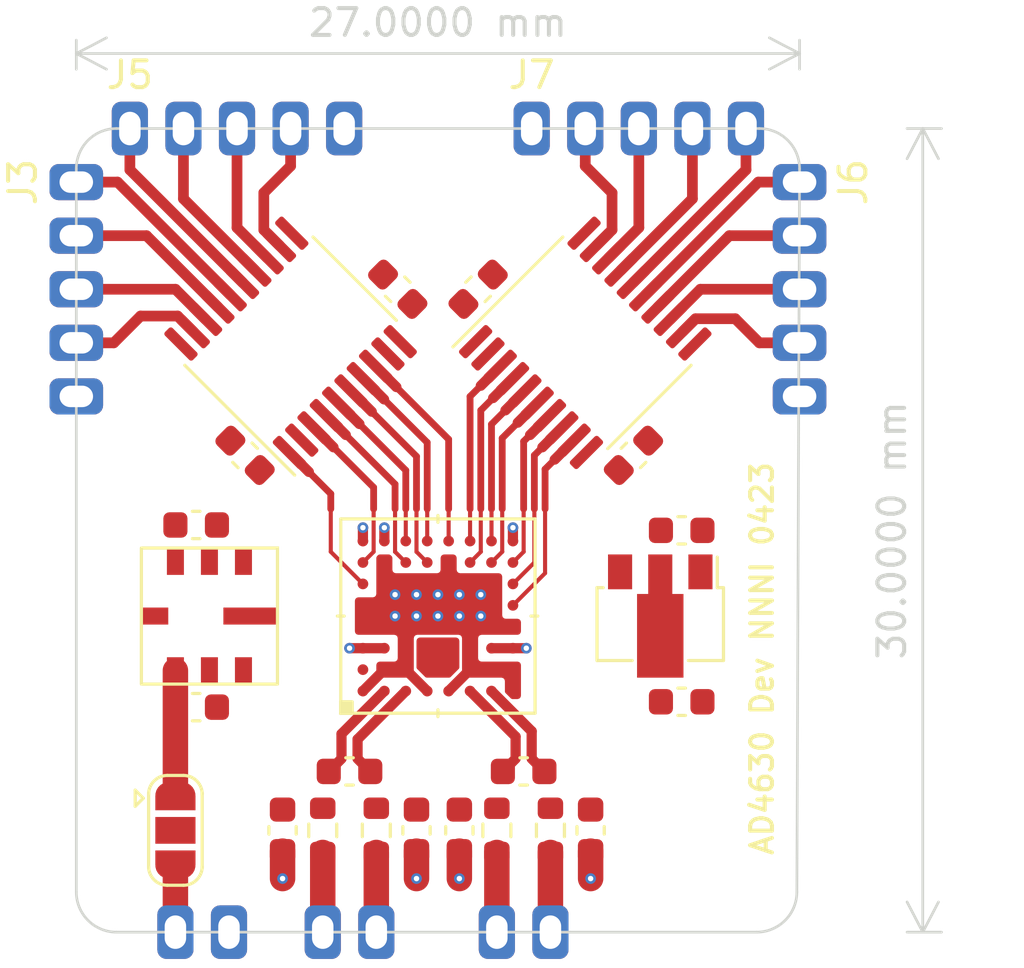
<source format=kicad_pcb>
(kicad_pcb (version 20211014) (generator pcbnew)
  (layers (0 "F.Cu" signal) (1 "In1.Cu" signal) (2 "In2.Cu" signal) (31 "B.Cu" signal) (34 "B.Paste" user) (35 "F.Paste" user) (36 "B.SilkS" user "B.Silkscreen") (37 "F.SilkS" user "F.Silkscreen") (38 "B.Mask" user) (39 "F.Mask" user) (44 "Edge.Cuts" user))
  (net 0 "")
  (net 1 "GND")
  (net 2 "+5V")
  (net 3 "+1V8")
  (net 4 "/SDO3")
  (net 5 "/SDO1")
  (net 6 "/SDO2")
  (net 7 "/SDO0")
  (net 8 "/SCK OUT")
  (net 9 "/SDO6")
  (net 10 "/SDO4")
  (net 11 "/SDO7")
  (net 12 "/SDO5")
  (net 13 "/CNV")
  (net 14 "/RST")
  (net 15 "/CS")
  (net 18 "/SDI")
  (net 19 "/SCK")
  (net 20 "/REFIN")
  (net 21 "/REF")
  (net 22 "/IN0+")
  (net 23 "/IN0-")
  (net 24 "/IN1+")
  (net 25 "/IN1-")
  (net 26 "Net-(C13-Pad1)")
  (net 27 "Net-(J1-Pad1)")
  (net 28 "Net-(J1-Pad2)")
  (net 29 "Net-(J2-Pad1)")
  (net 30 "Net-(J2-Pad2)")
  (net 31 "+3V3")
  (net 32 "/SCKo{slash}")
  (net 33 "/SDO2{slash}")
  (net 34 "/SDO0{slash}")
  (net 35 "/SDO3{slash}")
  (net 36 "/SDO1{slash}")
  (net 37 "/RST{slash}")
  (net 38 "/CNV{slash}")
  (net 39 "/CS{slash}")
  (net 40 "/SCK{slash}")
  (net 41 "/SDI{slash}")
  (net 42 "/SDO7{slash}")
  (net 43 "/SDO5{slash}")
  (net 44 "/SDO6{slash}")
  (net 45 "/SDO4{slash}")
  (net 46 "/NC")
  (net 47 "/NC1")
  (net 48 "/REFOUT")
  (net 49 "/REFEXT")
  (footprint "Capacitor_SMD:C_0603_1608Metric" (layer "F.Cu") (at 138.7 101.8)
    (fp_text reference "C5" hide)
    (fp_text value "C")
    (fp_line (start -0.14058 0.51) (end 0.14058 0.51) (layer "F.SilkS") (width 0.12))
    (fp_line (start -0.14058 -0.51) (end 0.14058 -0.51) (layer "F.SilkS") (width 0.12))
    (pad "1" smd roundrect locked (at -0.775 0) (size 0.9 0.95) (layers "F.Cu" "F.Paste" "F.Mask") (net 22 "/IN0+"))
    (pad "2" smd roundrect locked (at 0.775 0) (size 0.9 0.95) (layers "F.Cu" "F.Paste" "F.Mask") (net 23 "/IN0-"))
  )
  (footprint "LTC6655:LTC6655BHLS8-5-PBF" (layer "F.Cu") (at 133.47 96 -90)
    (fp_text reference "U6" hide)
    (fp_text value "LTC6655" hide)
    (fp_rect (start -2.54 -2.54) (end 2.54 2.54) (layer "F.SilkS") (width 0.12) (fill none))
    (pad "1" smd rect (at 0 -1.524 270) (size 0.635 2.0066) (layers "F.Cu" "F.Paste" "F.Mask") (net 26 "Net-(C13-Pad1)"))
    (pad "2" smd rect (at -2.032 -1.27) (size 0.635 0.9906) (layers "F.Cu" "F.Paste" "F.Mask") (net 26 "Net-(C13-Pad1)"))
    (pad "3" smd rect (at -2.032 0) (size 0.635 0.9906) (layers "F.Cu" "F.Paste" "F.Mask") (net 1 "GND"))
    (pad "4" smd rect (at -2.032 1.27) (size 0.635 0.9906) (layers "F.Cu" "F.Paste" "F.Mask") (net 1 "GND"))
    (pad "5" smd rect (at 0 2.032 270) (size 0.635 0.9906) (layers "F.Cu" "F.Paste" "F.Mask") (net 1 "GND"))
    (pad "6" smd rect (at 2.032 1.27) (size 0.635 0.9906) (layers "F.Cu" "F.Paste" "F.Mask") (net 48 "/REFOUT"))
    (pad "7" smd rect (at 2.032 0) (size 0.635 0.9906) (layers "F.Cu" "F.Paste" "F.Mask") (net 48 "/REFOUT"))
    (pad "8" smd rect (at 2.032 -1.27) (size 0.635 0.9906) (layers "F.Cu" "F.Paste" "F.Mask") (net 1 "GND"))
  )
  (footprint "Capacitor_SMD:C_0603_1608Metric" (layer "F.Cu") (at 136.2 104 -90)
    (fp_text reference "C7" hide)
    (fp_text value "C")
    (fp_line (start -0.14058 0.51) (end 0.14058 0.51) (layer "F.SilkS") (width 0.12))
    (fp_line (start -0.14058 -0.51) (end 0.14058 -0.51) (layer "F.SilkS") (width 0.12))
    (pad "1" smd roundrect locked (at -0.775 0 270) (size 0.9 0.95) (layers "F.Cu" "F.Paste" "F.Mask") (net 22 "/IN0+"))
    (pad "2" smd roundrect locked (at 0.775 0 270) (size 0.9 0.95) (layers "F.Cu" "F.Paste" "F.Mask") (net 1 "GND"))
  )
  (footprint "Connector_PinHeader_2.00mm:PinHeader_1x02_P2.00mm_Vertical" (layer "F.Cu") (at 132.2 107.8 90)
    (fp_text reference "J4" hide)
    (fp_text value "IN0")
    (pad "1" thru_hole roundrect (at 0 0 90) (size 2 1.35) (drill oval 1.25 0.8) (layers *.Cu *.Mask) (net 49 "/REFEXT"))
    (pad "2" thru_hole roundrect (at 0 2 90) (size 2 1.35) (drill oval 1.25 0.8) (layers *.Cu *.Mask) (net 1 "GND"))
  )
  (footprint "Capacitor_SMD:C_0603_1608Metric" (layer "F.Cu") (at 141.2 104 90)
    (fp_text reference "C8" hide)
    (fp_text value "C")
    (fp_line (start -0.14058 0.51) (end 0.14058 0.51) (layer "F.SilkS") (width 0.12))
    (fp_line (start -0.14058 -0.51) (end 0.14058 -0.51) (layer "F.SilkS") (width 0.12))
    (pad "1" smd roundrect locked (at -0.775 0 90) (size 0.9 0.95) (layers "F.Cu" "F.Paste" "F.Mask") (net 1 "GND"))
    (pad "2" smd roundrect locked (at 0.775 0 90) (size 0.9 0.95) (layers "F.Cu" "F.Paste" "F.Mask") (net 23 "/IN0-"))
  )
  (footprint "Capacitor_SMD:C_0603_1608Metric" (layer "F.Cu") (at 145.2 101.8)
    (fp_text reference "C6" hide)
    (fp_text value "C")
    (fp_line (start -0.14058 -0.51) (end 0.14058 -0.51) (layer "F.SilkS") (width 0.12))
    (fp_line (start -0.14058 0.51) (end 0.14058 0.51) (layer "F.SilkS") (width 0.12))
    (pad "1" smd roundrect locked (at -0.775 0) (size 0.9 0.95) (layers "F.Cu" "F.Paste" "F.Mask") (net 24 "/IN1+"))
    (pad "2" smd roundrect locked (at 0.775 0) (size 0.9 0.95) (layers "F.Cu" "F.Paste" "F.Mask") (net 25 "/IN1-"))
  )
  (footprint "Capacitor_SMD:C_0603_1608Metric" (layer "F.Cu") (at 140.5 83.8 135)
    (fp_text reference "C2" hide)
    (fp_text value "10uF")
    (fp_line (start -0.14058 -0.51) (end 0.14058 -0.51) (layer "F.SilkS") (width 0.12))
    (fp_line (start -0.14058 0.51) (end 0.14058 0.51) (layer "F.SilkS") (width 0.12))
    (pad "1" smd roundrect locked (at -0.775 0 135) (size 0.9 0.95) (layers "F.Cu" "F.Paste" "F.Mask") (net 3 "+1V8"))
    (pad "2" smd roundrect locked (at 0.775 0 135) (size 0.9 0.95) (layers "F.Cu" "F.Paste" "F.Mask") (net 1 "GND"))
  )
  (footprint "Capacitor_SMD:C_0603_1608Metric" (layer "F.Cu") (at 142.8 104 -90)
    (fp_text reference "C9" hide)
    (fp_text value "C")
    (fp_line (start -0.14058 0.51) (end 0.14058 0.51) (layer "F.SilkS") (width 0.12))
    (fp_line (start -0.14058 -0.51) (end 0.14058 -0.51) (layer "F.SilkS") (width 0.12))
    (pad "1" smd roundrect locked (at -0.775 0 270) (size 0.9 0.95) (layers "F.Cu" "F.Paste" "F.Mask") (net 24 "/IN1+"))
    (pad "2" smd roundrect locked (at 0.775 0 270) (size 0.9 0.95) (layers "F.Cu" "F.Paste" "F.Mask") (net 1 "GND"))
  )
  (footprint "Package_TO_SOT_SMD:SOT-89-3" (layer "F.Cu") (at 150.3 96 -90)
    (fp_text reference "U2" hide)
    (fp_text value "AMS1117-1.8")
    (fp_line (start -1.06 -2.36) (end -1.06 -2.13) (layer "F.SilkS") (width 0.12))
    (fp_line (start 1.66 -2.36) (end 1.66 -1.05) (layer "F.SilkS") (width 0.12))
    (fp_line (start 1.66 2.36) (end -1.06 2.36) (layer "F.SilkS") (width 0.12))
    (fp_line (start -2.2 -2.13) (end -1.06 -2.13) (layer "F.SilkS") (width 0.12))
    (fp_line (start 1.66 1.05) (end 1.66 2.36) (layer "F.SilkS") (width 0.12))
    (fp_line (start -1.06 -2.36) (end 1.66 -2.36) (layer "F.SilkS") (width 0.12))
    (fp_line (start -1.06 2.36) (end -1.06 2.13) (layer "F.SilkS") (width 0.12))
    (pad "1" smd rect locked (at -1.65 -1.5 270) (size 1.3 0.9) (layers "F.Cu" "F.Paste" "F.Mask") (net 1 "GND"))
    (pad "2" smd custom locked (at -1.5625 0 270) (size 1.475 0.9) (layers "F.Cu" "F.Paste" "F.Mask") (net 3 "+1V8") (options (clearance outline) (anchor rect)) (primitives (gr_poly (pts (xy 3.8625 0.8665) (xy 0.7375 0.8665) (xy 0.7375 -0.8665) (xy 3.8625 -0.8665)) (width 0) (fill yes))))
    (pad "3" smd rect locked (at -1.65 1.5 270) (size 1.3 0.9) (layers "F.Cu" "F.Paste" "F.Mask") (net 31 "+3V3"))
  )
  (footprint "Resistor_SMD:R_0603_1608Metric" (layer "F.Cu") (at 144.2 104 90)
    (fp_text reference "R3" hide)
    (fp_text value "R")
    (fp_line (start -0.237258 -0.5225) (end 0.237258 -0.5225) (layer "F.SilkS") (width 0.12))
    (fp_line (start -0.237258 0.5225) (end 0.237258 0.5225) (layer "F.SilkS") (width 0.12))
    (pad "1" smd roundrect locked (at -0.825 0 90) (size 0.8 0.95) (layers "F.Cu" "F.Paste" "F.Mask") (net 29 "Net-(J2-Pad1)"))
    (pad "2" smd roundrect locked (at 0.825 0 90) (size 0.8 0.95) (layers "F.Cu" "F.Paste" "F.Mask") (net 24 "/IN1+"))
  )
  (footprint "Resistor_SMD:R_0603_1608Metric" (layer "F.Cu") (at 139.7 104 90)
    (fp_text reference "R2" hide)
    (fp_text value "R")
    (fp_line (start -0.237258 0.5225) (end 0.237258 0.5225) (layer "F.SilkS") (width 0.12))
    (fp_line (start -0.237258 -0.5225) (end 0.237258 -0.5225) (layer "F.SilkS") (width 0.12))
    (pad "1" smd roundrect locked (at -0.825 0 90) (size 0.8 0.95) (layers "F.Cu" "F.Paste" "F.Mask") (net 28 "Net-(J1-Pad2)"))
    (pad "2" smd roundrect locked (at 0.825 0 90) (size 0.8 0.95) (layers "F.Cu" "F.Paste" "F.Mask") (net 23 "/IN0-"))
  )
  (footprint "Connector_PinHeader_2.00mm:PinHeader_1x05_P2.00mm_Vertical" (layer "F.Cu") (at 138.5 77.8 -90)
    (fp_text reference "J5" (at -2 8 180) (layer "F.SilkS"))
    (fp_text value "IO")
    (pad "1" thru_hole roundrect (at 0 0 270) (size 2 1.35) (drill oval 1.25 0.8) (layers *.Cu *.Mask) (net 1 "GND"))
    (pad "2" thru_hole roundrect (at 0 2 270) (size 2 1.35) (drill oval 1.25 0.8) (layers *.Cu *.Mask) (net 46 "/NC"))
    (pad "3" thru_hole roundrect (at 0 4 270) (size 2 1.35) (drill oval 1.25 0.8) (layers *.Cu *.Mask) (net 32 "/SCKo{slash}"))
    (pad "4" thru_hole roundrect (at 0 6 270) (size 2 1.35) (drill oval 1.25 0.8) (layers *.Cu *.Mask) (net 33 "/SDO2{slash}"))
    (pad "5" thru_hole roundrect (at 0 8 270) (size 2 1.35) (drill oval 1.25 0.8) (layers *.Cu *.Mask) (net 34 "/SDO0{slash}"))
  )
  (footprint "Capacitor_SMD:C_0603_1608Metric" (layer "F.Cu") (at 151.1 99.2)
    (fp_text reference "C12" hide)
    (fp_text value "10uF")
    (fp_line (start -0.14058 0.51) (end 0.14058 0.51) (layer "F.SilkS") (width 0.12))
    (fp_line (start -0.14058 -0.51) (end 0.14058 -0.51) (layer "F.SilkS") (width 0.12))
    (pad "1" smd roundrect locked (at -0.775 0) (size 0.9 0.95) (layers "F.Cu" "F.Paste" "F.Mask") (net 3 "+1V8"))
    (pad "2" smd roundrect locked (at 0.775 0) (size 0.9 0.95) (layers "F.Cu" "F.Paste" "F.Mask") (net 1 "GND"))
  )
  (footprint "Connector_PinHeader_2.00mm:PinHeader_1x02_P2.00mm_Vertical" (layer "F.Cu") (at 137.7 107.8 90)
    (fp_text reference "J1" hide)
    (fp_text value "IN0")
    (pad "1" thru_hole roundrect (at 0 0 90) (size 2 1.35) (drill oval 1.25 0.8) (layers *.Cu *.Mask) (net 27 "Net-(J1-Pad1)"))
    (pad "2" thru_hole roundrect (at 0 2 90) (size 2 1.35) (drill oval 1.25 0.8) (layers *.Cu *.Mask) (net 28 "Net-(J1-Pad2)"))
  )
  (footprint "Capacitor_SMD:C_0603_1608Metric" (layer "F.Cu") (at 134.8 90 -45)
    (fp_text reference "C4" hide)
    (fp_text value "10uF")
    (fp_line (start -0.14058 0.51) (end 0.14058 0.51) (layer "F.SilkS") (width 0.12))
    (fp_line (start -0.14058 -0.51) (end 0.14058 -0.51) (layer "F.SilkS") (width 0.12))
    (pad "1" smd roundrect locked (at -0.775 0 315) (size 0.9 0.95) (layers "F.Cu" "F.Paste" "F.Mask") (net 31 "+3V3"))
    (pad "2" smd roundrect locked (at 0.775 0 315) (size 0.9 0.95) (layers "F.Cu" "F.Paste" "F.Mask") (net 1 "GND"))
  )
  (footprint "Capacitor_SMD:C_0603_1608Metric" (layer "F.Cu") (at 132.975 92.6 180)
    (fp_text reference "C13" hide)
    (fp_text value "10uF")
    (fp_line (start -0.14058 -0.51) (end 0.14058 -0.51) (layer "F.SilkS") (width 0.12))
    (fp_line (start -0.14058 0.51) (end 0.14058 0.51) (layer "F.SilkS") (width 0.12))
    (pad "1" smd roundrect locked (at -0.775 0 180) (size 0.9 0.95) (layers "F.Cu" "F.Paste" "F.Mask") (net 26 "Net-(C13-Pad1)"))
    (pad "2" smd roundrect locked (at 0.775 0 180) (size 0.9 0.95) (layers "F.Cu" "F.Paste" "F.Mask") (net 1 "GND"))
  )
  (footprint "Package_SO:TSSOP-20_4.4x6.5mm_P0.65mm" (layer "F.Cu") (at 136.5 85.8 135)
    (fp_text reference "U3" hide)
    (fp_text value "TXS0108EPW")
    (fp_line (start 0 3.385) (end -2.2 3.385) (layer "F.SilkS") (width 0.12))
    (fp_line (start 0 3.385) (end 2.2 3.385) (layer "F.SilkS") (width 0.12))
    (fp_line (start 0 -3.385) (end 2.2 -3.385) (layer "F.SilkS") (width 0.12))
    (fp_line (start 0 -3.385) (end -3.6 -3.385) (layer "F.SilkS") (width 0.12))
    (pad "1" smd roundrect locked (at -2.8625 -2.925 135) (size 1.475 0.4) (layers "F.Cu" "F.Paste" "F.Mask") (net 13 "/CNV"))
    (pad "2" smd roundrect locked (at -2.8625 -2.275 135) (size 1.475 0.4) (layers "F.Cu" "F.Paste" "F.Mask") (net 3 "+1V8"))
    (pad "3" smd roundrect locked (at -2.8625 -1.625 135) (size 1.475 0.4) (layers "F.Cu" "F.Paste" "F.Mask") (net 14 "/RST"))
    (pad "4" smd roundrect locked (at -2.8625 -0.975 135) (size 1.475 0.4) (layers "F.Cu" "F.Paste" "F.Mask") (net 4 "/SDO3"))
    (pad "5" smd roundrect locked (at -2.8625 -0.325 135) (size 1.475 0.4) (layers "F.Cu" "F.Paste" "F.Mask") (net 5 "/SDO1"))
    (pad "6" smd roundrect locked (at -2.8625 0.325 135) (size 1.475 0.4) (layers "F.Cu" "F.Paste" "F.Mask") (net 6 "/SDO2"))
    (pad "7" smd roundrect locked (at -2.8625 0.975 135) (size 1.475 0.4) (layers "F.Cu" "F.Paste" "F.Mask") (net 7 "/SDO0"))
    (pad "8" smd roundrect locked (at -2.8625 1.625 135) (size 1.475 0.4) (layers "F.Cu" "F.Paste" "F.Mask") (net 8 "/SCK OUT"))
    (pad "9" smd roundrect locked (at -2.8625 2.275 135) (size 1.475 0.4) (layers "F.Cu" "F.Paste" "F.Mask"))
    (pad "10" smd roundrect locked (at -2.8625 2.925 135) (size 1.475 0.4) (layers "F.Cu" "F.Paste" "F.Mask") (net 3 "+1V8"))
    (pad "11" smd roundrect locked (at 2.8625 2.925 135) (size 1.475 0.4) (layers "F.Cu" "F.Paste" "F.Mask") (net 1 "GND"))
    (pad "12" smd roundrect locked (at 2.8625 2.275 135) (size 1.475 0.4) (layers "F.Cu" "F.Paste" "F.Mask") (net 46 "/NC"))
    (pad "13" smd roundrect locked (at 2.8625 1.625 135) (size 1.475 0.4) (layers "F.Cu" "F.Paste" "F.Mask") (net 32 "/SCKo{slash}"))
    (pad "14" smd roundrect locked (at 2.8625 0.975 135) (size 1.475 0.4) (layers "F.Cu" "F.Paste" "F.Mask") (net 33 "/SDO2{slash}"))
    (pad "15" smd roundrect locked (at 2.8625 0.325 135) (size 1.475 0.4) (layers "F.Cu" "F.Paste" "F.Mask") (net 34 "/SDO0{slash}"))
    (pad "16" smd roundrect locked (at 2.8625 -0.325 135) (size 1.475 0.4) (layers "F.Cu" "F.Paste" "F.Mask") (net 35 "/SDO3{slash}"))
    (pad "17" smd roundrect locked (at 2.8625 -0.975 135) (size 1.475 0.4) (layers "F.Cu" "F.Paste" "F.Mask") (net 36 "/SDO1{slash}"))
    (pad "18" smd roundrect locked (at 2.8625 -1.625 135) (size 1.475 0.4) (layers "F.Cu" "F.Paste" "F.Mask") (net 37 "/RST{slash}"))
    (pad "19" smd roundrect locked (at 2.8625 -2.275 135) (size 1.475 0.4) (layers "F.Cu" "F.Paste" "F.Mask") (net 31 "+3V3"))
    (pad "20" smd roundrect locked (at 2.8625 -2.925 135) (size 1.475 0.4) (layers "F.Cu" "F.Paste" "F.Mask") (net 38 "/CNV{slash}"))
  )
  (footprint "Package_SO:TSSOP-20_4.4x6.5mm_P0.65mm" (layer "F.Cu") (at 147.5 85.8 45)
    (fp_text reference "U4" hide)
    (fp_text value "TXS0108EPW")
    (fp_line (start 0 -3.385) (end 2.2 -3.385) (layer "F.SilkS") (width 0.12))
    (fp_line (start 0 3.385) (end -2.2 3.385) (layer "F.SilkS") (width 0.12))
    (fp_line (start 0 3.385) (end 2.2 3.385) (layer "F.SilkS") (width 0.12))
    (fp_line (start 0 -3.385) (end -3.6 -3.385) (layer "F.SilkS") (width 0.12))
    (pad "1" smd roundrect locked (at -2.8625 -2.925 45) (size 1.475 0.4) (layers "F.Cu" "F.Paste" "F.Mask"))
    (pad "2" smd roundrect locked (at -2.8625 -2.275 45) (size 1.475 0.4) (layers "F.Cu" "F.Paste" "F.Mask") (net 3 "+1V8"))
    (pad "3" smd roundrect locked (at -2.8625 -1.625 45) (size 1.475 0.4) (layers "F.Cu" "F.Paste" "F.Mask") (net 10 "/SDO4"))
    (pad "4" smd roundrect locked (at -2.8625 -0.975 45) (size 1.475 0.4) (layers "F.Cu" "F.Paste" "F.Mask") (net 9 "/SDO6"))
    (pad "5" smd roundrect locked (at -2.8625 -0.325 45) (size 1.475 0.4) (layers "F.Cu" "F.Paste" "F.Mask") (net 12 "/SDO5"))
    (pad "6" smd roundrect locked (at -2.8625 0.325 45) (size 1.475 0.4) (layers "F.Cu" "F.Paste" "F.Mask") (net 11 "/SDO7"))
    (pad "7" smd roundrect locked (at -2.8625 0.975 45) (size 1.475 0.4) (layers "F.Cu" "F.Paste" "F.Mask") (net 19 "/SCK"))
    (pad "8" smd roundrect locked (at -2.8625 1.625 45) (size 1.475 0.4) (layers "F.Cu" "F.Paste" "F.Mask") (net 18 "/SDI"))
    (pad "9" smd roundrect locked (at -2.8625 2.275 45) (size 1.475 0.4) (layers "F.Cu" "F.Paste" "F.Mask") (net 15 "/CS"))
    (pad "10" smd roundrect locked (at -2.8625 2.925 45) (size 1.475 0.4) (layers "F.Cu" "F.Paste" "F.Mask") (net 3 "+1V8"))
    (pad "11" smd roundrect locked (at 2.8625 2.925 45) (size 1.475 0.4) (layers "F.Cu" "F.Paste" "F.Mask") (net 1 "GND"))
    (pad "12" smd roundrect locked (at 2.8625 2.275 45) (size 1.475 0.4) (layers "F.Cu" "F.Paste" "F.Mask") (net 47 "/NC1"))
    (pad "13" smd roundrect locked (at 2.8625 1.625 45) (size 1.475 0.4) (layers "F.Cu" "F.Paste" "F.Mask") (net 39 "/CS{slash}"))
    (pad "14" smd roundrect locked (at 2.8625 0.975 45) (size 1.475 0.4) (layers "F.Cu" "F.Paste" "F.Mask") (net 41 "/SDI{slash}"))
    (pad "15" smd roundrect locked (at 2.8625 0.325 45) (size 1.475 0.4) (layers "F.Cu" "F.Paste" "F.Mask") (net 40 "/SCK{slash}"))
    (pad "16" smd roundrect locked (at 2.8625 -0.325 45) (size 1.475 0.4) (layers "F.Cu" "F.Paste" "F.Mask") (net 43 "/SDO5{slash}"))
    (pad "17" smd roundrect locked (at 2.8625 -0.975 45) (size 1.475 0.4) (layers "F.Cu" "F.Paste" "F.Mask") (net 42 "/SDO7{slash}"))
    (pad "18" smd roundrect locked (at 2.8625 -1.625 45) (size 1.475 0.4) (layers "F.Cu" "F.Paste" "F.Mask") (net 45 "/SDO4{slash}"))
    (pad "19" smd roundrect locked (at 2.8625 -2.275 45) (size 1.475 0.4) (layers "F.Cu" "F.Paste" "F.Mask") (net 31 "+3V3"))
    (pad "20" smd roundrect locked (at 2.8625 -2.925 45) (size 1.475 0.4) (layers "F.Cu" "F.Paste" "F.Mask") (net 44 "/SDO6{slash}"))
  )
  (footprint "Connector_PinHeader_2.00mm:PinHeader_1x05_P2.00mm_Vertical" (layer "F.Cu") (at 145.5 77.8 90)
    (fp_text reference "J7" (at 2 0 180) (layer "F.SilkS"))
    (fp_text value "IO")
    (pad "1" thru_hole roundrect (at 0 0 90) (size 2 1.35) (drill oval 1.25 0.8) (layers *.Cu *.Mask) (net 44 "/SDO6{slash}"))
    (pad "2" thru_hole roundrect (at 0 2 90) (size 2 1.35) (drill oval 1.25 0.8) (layers *.Cu *.Mask) (net 31 "+3V3"))
    (pad "3" thru_hole roundrect (at 0 4 90) (size 2 1.35) (drill oval 1.25 0.8) (layers *.Cu *.Mask) (net 45 "/SDO4{slash}"))
    (pad "4" thru_hole roundrect (at 0 6 90) (size 2 1.35) (drill oval 1.25 0.8) (layers *.Cu *.Mask) (net 42 "/SDO7{slash}"))
    (pad "5" thru_hole roundrect (at 0 8 90) (size 2 1.35) (drill oval 1.25 0.8) (layers *.Cu *.Mask) (net 43 "/SDO5{slash}"))
  )
  (footprint "Capacitor_SMD:C_0603_1608Metric" (layer "F.Cu") (at 132.975 99.4)
    (fp_text reference "C14" hide)
    (fp_text value "10uF")
    (fp_line (start -0.14058 0.51) (end 0.14058 0.51) (layer "F.SilkS") (width 0.12))
    (fp_line (start -0.14058 -0.51) (end 0.14058 -0.51) (layer "F.SilkS") (width 0.12))
    (pad "1" smd roundrect locked (at -0.775 0) (size 0.9 0.95) (layers "F.Cu" "F.Paste" "F.Mask") (net 48 "/REFOUT"))
    (pad "2" smd roundrect locked (at 0.775 0) (size 0.9 0.95) (layers "F.Cu" "F.Paste" "F.Mask") (net 1 "GND"))
  )
  (footprint "Connector_PinHeader_2.00mm:PinHeader_1x05_P2.00mm_Vertical" (layer "F.Cu") (at 155.5 79.8)
    (fp_text reference "J6" (at 2 0 90) (layer "F.SilkS"))
    (fp_text value "IO")
    (pad "1" thru_hole roundrect (at 0 0) (size 2 1.35) (drill oval 1.25 0.8) (layers *.Cu *.Mask) (net 40 "/SCK{slash}"))
    (pad "2" thru_hole roundrect (at 0 2) (size 2 1.35) (drill oval 1.25 0.8) (layers *.Cu *.Mask) (net 41 "/SDI{slash}"))
    (pad "3" thru_hole roundrect (at 0 4) (size 2 1.35) (drill oval 1.25 0.8) (layers *.Cu *.Mask) (net 39 "/CS{slash}"))
    (pad "4" thru_hole roundrect (at 0 6) (size 2 1.35) (drill oval 1.25 0.8) (layers *.Cu *.Mask) (net 47 "/NC1"))
    (pad "5" thru_hole roundrect (at 0 8) (size 2 1.35) (drill oval 1.25 0.8) (layers *.Cu *.Mask) (net 1 "GND"))
  )
  (footprint "Jumper:SolderJumper-3_P1.3mm_Open_RoundedPad1.0x1.5mm" (layer "F.Cu") (at 132.2 104 -90)
    (fp_text reference "JP1" hide)
    (fp_text value "REFSEL")
    (fp_line (start 1.4 1) (end -1.4 1) (layer "F.SilkS") (width 0.12))
    (fp_line (start 2.05 -0.3) (end 2.05 0.3) (layer "F.SilkS") (width 0.12))
    (fp_line (start -1.4 -1) (end 1.4 -1) (layer "F.SilkS") (width 0.12))
    (fp_line (start -1.2 1.2) (end -0.9 1.5) (layer "F.SilkS") (width 0.12))
    (fp_line (start -1.5 1.5) (end -0.9 1.5) (layer "F.SilkS") (width 0.12))
    (fp_line (start -2.05 0.3) (end -2.05 -0.3) (layer "F.SilkS") (width 0.12))
    (fp_line (start -1.2 1.2) (end -1.5 1.5) (layer "F.SilkS") (width 0.12))
    (fp_arc (start 1.35 -1) (mid 1.844975 -0.794975) (end 2.05 -0.3) (layer "F.SilkS") (width 0.12))
    (fp_arc (start 2.05 0.3) (mid 1.844975 0.794975) (end 1.35 1) (layer "F.SilkS") (width 0.12))
    (fp_arc (start -2.05 -0.3) (mid -1.844975 -0.794975) (end -1.35 -1) (layer "F.SilkS") (width 0.12))
    (fp_arc (start -1.35 1) (mid -1.844975 0.794975) (end -2.05 0.3) (layer "F.SilkS") (width 0.12))
    (pad "1" smd custom (at -1.3 0 270) (size 1 0.5) (layers "F.Cu" "F.Mask") (net 48 "/REFOUT") (options (clearance outline) (anchor rect)) (primitives (gr_circle (center 0 0.25) (end 0.5 0.25) (width 0) (fill yes)) (gr_circle (center 0 -0.25) (end 0.5 -0.25) (width 0) (fill yes)) (gr_poly (pts (xy 0.55 0.75) (xy 0 0.75) (xy 0 -0.75) (xy 0.55 -0.75)) (width 0) (fill yes))))
    (pad "2" smd rect (at 0 0 270) (size 1 1.5) (layers "F.Cu" "F.Mask") (net 20 "/REFIN"))
    (pad "3" smd custom (at 1.3 0 270) (size 1 0.5) (layers "F.Cu" "F.Mask") (net 49 "/REFEXT") (options (clearance outline) (anchor rect)) (primitives (gr_circle (center 0 0.25) (end 0.5 0.25) (width 0) (fill yes)) (gr_circle (center 0 -0.25) (end 0.5 -0.25) (width 0) (fill yes)) (gr_poly (pts (xy 0 0.75) (xy -0.55 0.75) (xy -0.55 -0.75) (xy 0 -0.75)) (width 0) (fill yes))))
  )
  (footprint "Resistor_SMD:R_0603_1608Metric" (layer "F.Cu") (at 137.7 104 90)
    (fp_text reference "R1" hide)
    (fp_text value "R")
    (fp_line (start -0.237258 0.5225) (end 0.237258 0.5225) (layer "F.SilkS") (width 0.12))
    (fp_line (start -0.237258 -0.5225) (end 0.237258 -0.5225) (layer "F.SilkS") (width 0.12))
    (pad "1" smd roundrect locked (at -0.825 0 90) (size 0.8 0.95) (layers "F.Cu" "F.Paste" "F.Mask") (net 27 "Net-(J1-Pad1)"))
    (pad "2" smd roundrect locked (at 0.825 0 90) (size 0.8 0.95) (layers "F.Cu" "F.Paste" "F.Mask") (net 22 "/IN0+"))
  )
  (footprint "Capacitor_SMD:C_0603_1608Metric" (layer "F.Cu") (at 149.3 90 45)
    (fp_text reference "C1" hide)
    (fp_text value "10uF")
    (fp_line (start -0.14058 0.51) (end 0.14058 0.51) (layer "F.SilkS") (width 0.12))
    (fp_line (start -0.14058 -0.51) (end 0.14058 -0.51) (layer "F.SilkS") (width 0.12))
    (pad "1" smd roundrect locked (at -0.775 0 45) (size 0.9 0.95) (layers "F.Cu" "F.Paste" "F.Mask") (net 3 "+1V8"))
    (pad "2" smd roundrect locked (at 0.775 0 45) (size 0.9 0.95) (layers "F.Cu" "F.Paste" "F.Mask") (net 1 "GND"))
  )
  (footprint "Capacitor_SMD:C_0603_1608Metric" (layer "F.Cu") (at 151.1 92.8)
    (fp_text reference "C11" hide)
    (fp_text value "10uF")
    (fp_line (start -0.14058 0.51) (end 0.14058 0.51) (layer "F.SilkS") (width 0.12))
    (fp_line (start -0.14058 -0.51) (end 0.14058 -0.51) (layer "F.SilkS") (width 0.12))
    (pad "1" smd roundrect locked (at -0.775 0) (size 0.9 0.95) (layers "F.Cu" "F.Paste" "F.Mask") (net 31 "+3V3"))
    (pad "2" smd roundrect locked (at 0.775 0) (size 0.9 0.95) (layers "F.Cu" "F.Paste" "F.Mask") (net 1 "GND"))
  )
  (footprint "Connector_PinHeader_2.00mm:PinHeader_1x02_P2.00mm_Vertical" (layer "F.Cu") (at 144.2 107.8 90)
    (fp_text reference "J2" hide)
    (fp_text value "IN1")
    (pad "1" thru_hole roundrect (at 0 0 90) (size 2 1.35) (drill oval 1.25 0.8) (layers *.Cu *.Mask) (net 29 "Net-(J2-Pad1)"))
    (pad "2" thru_hole roundrect (at 0 2 90) (size 2 1.35) (drill oval 1.25 0.8) (layers *.Cu *.Mask) (net 30 "Net-(J2-Pad2)"))
  )
  (footprint "footprints:AD4630-24BBCZ" (layer "F.Cu") (at 141.999991 95.999982 90)
    (fp_text reference "U1" hide)
    (fp_text value "AD4630-24BBCZ" hide)
    (fp_line (start -3.627001 -3.627001) (end -3.627001 3.627001) (layer "F.SilkS") (width 0.12))
    (fp_line (start 0 3.473) (end 0 3.727) (layer "F.SilkS") (width 0.12))
    (fp_line (start 3.627001 -3.627001) (end -3.627001 -3.627001) (layer "F.SilkS") (width 0.12))
    (fp_line (start -3.500001 0) (end -3.754001 0) (layer "F.SilkS") (width 0.12))
    (fp_line (start 3.500001 0) (end 3.754001 0) (layer "F.SilkS") (width 0.12))
    (fp_line (start -3.627001 3.627001) (end 3.627001 3.627001) (layer "F.SilkS") (width 0.12))
    (fp_line (start 0 -3.500001) (end 0 -3.754001) (layer "F.SilkS") (width 0.12))
    (fp_line (start 3.627001 3.627001) (end 3.627001 -3.627001) (layer "F.SilkS") (width 0.12))
    (fp_rect (start -3.627001 -3.627001) (end -3.2 -3.2) (layer "F.SilkS") (width 0.12) (fill solid))
    (pad "A1" smd circle (at -2.799994 -2.799995 90) (size 0.4 0.4) (layers "F.Cu" "F.Paste" "F.Mask") (net 1 "GND"))
    (pad "A2" smd circle (at -2 -2.8 90) (size 0.4 0.4) (layers "F.Cu" "F.Paste" "F.Mask") (net 20 "/REFIN"))
    (pad "A3" smd circle (at -1.2 -2.8 90) (size 0.4 0.4) (layers "F.Cu" "F.Paste" "F.Mask") (net 2 "+5V"))
    (pad "A4" smd circle (at -0.4 -2.8 90) (size 0.4 0.4) (layers "F.Cu" "F.Paste" "F.Mask") (net 1 "GND"))
    (pad "A5" smd circle (at 0.4 -2.8 90) (size 0.4 0.4) (layers "F.Cu" "F.Paste" "F.Mask") (net 1 "GND"))
    (pad "A6" smd circle (at 1.2 -2.8 90) (size 0.4 0.4) (layers "F.Cu" "F.Paste" "F.Mask") (net 13 "/CNV"))
    (pad "A7" smd circle (at 2 -2.8 90) (size 0.4 0.4) (layers "F.Cu" "F.Paste" "F.Mask") (net 14 "/RST"))
    (pad "A8" smd circle (at 2.8 -2.8 90) (size 0.4 0.4) (layers "F.Cu" "F.Paste" "F.Mask") (net 3 "+1V8"))
    (pad "B1" smd circle (at -2.8 -2 90) (size 0.4 0.4) (layers "F.Cu" "F.Paste" "F.Mask") (net 22 "/IN0+"))
    (pad "B2" smd circle (at -2 -2 90) (size 0.4 0.4) (layers "F.Cu" "F.Paste" "F.Mask") (net 1 "GND"))
    (pad "B3" smd circle (at -1.2 -2 90) (size 0.4 0.4) (layers "F.Cu" "F.Paste" "F.Mask") (net 2 "+5V"))
    (pad "B4" smd circle (at -0.400009 -2.000007 90) (size 0.4 0.4) (layers "F.Cu" "F.Paste" "F.Mask") (net 1 "GND"))
    (pad "B5" smd circle (at 0.4 -2 90) (size 0.4 0.4) (layers "F.Cu" "F.Paste" "F.Mask") (net 1 "GND"))
    (pad "B6" smd circle (at 1.2 -2 90) (size 0.4 0.4) (layers "F.Cu" "F.Paste" "F.Mask") (net 1 "GND"))
    (pad "B7" smd circle (at 2 -2 90) (size 0.4 0.4) (layers "F.Cu" "F.Paste" "F.Mask") (net 1 "GND"))
    (pad "B8" smd circle (at 2.8 -2 90) (size 0.4 0.4) (layers "F.Cu" "F.Paste" "F.Mask") (net 3 "+1V8"))
    (pad "C1" smd circle (at -2.8 -1.2 90) (size 0.4 0.4) (layers "F.Cu" "F.Paste" "F.Mask") (net 23 "/IN0-"))
    (pad "C2" smd circle (at -2 -1.2 90) (size 0.4 0.4) (layers "F.Cu" "F.Paste" "F.Mask") (net 1 "GND"))
    (pad "C3" smd circle (at -1.2 -1.2 90) (size 0.4 0.4) (layers "F.Cu" "F.Paste" "F.Mask") (net 1 "GND"))
    (pad "C4" smd circle (at -0.4 -1.2 90) (size 0.4 0.4) (layers "F.Cu" "F.Paste" "F.Mask") (net 1 "GND"))
    (pad "C5" smd circle (at 0.4 -1.2 90) (size 0.4 0.4) (layers "F.Cu" "F.Paste" "F.Mask") (net 1 "GND"))
    (pad "C6" smd circle (at 1.2 -1.2 90) (size 0.4 0.4) (layers "F.Cu" "F.Paste" "F.Mask") (net 1 "GND"))
    (pad "C7" smd circle (at 2 -1.2 90) (size 0.4 0.4) (layers "F.Cu" "F.Paste" "F.Mask") (net 4 "/SDO3"))
    (pad "C8" smd circle (at 2.799995 -1.199997 90) (size 0.4 0.4) (layers "F.Cu" "F.Paste" "F.Mask") (net 5 "/SDO1") (clearance 0.00254))
    (pad "D1" smd circle (at -2.8 -0.4 90) (size 0.4 0.4) (layers "F.Cu" "F.Paste" "F.Mask") (net 1 "GND"))
    (pad "D2" smd circle (at -2 -0.4 90) (size 0.4 0.4) (layers "F.Cu" "F.Paste" "F.Mask") (net 21 "/REF"))
    (pad "D3" smd circle (at -1.2 -0.4 90) (size 0.4 0.4) (layers "F.Cu" "F.Paste" "F.Mask") (net 21 "/REF"))
    (pad "D4" smd circle (at -0.4 -0.4 90) (size 0.4 0.4) (layers "F.Cu" "F.Paste" "F.Mask") (net 1 "GND"))
    (pad "D5" smd circle (at 0.4 -0.4 90) (size 0.4 0.4) (layers "F.Cu" "F.Paste" "F.Mask") (net 1 "GND"))
    (pad "D6" smd circle (at 1.2 -0.4 90) (size 0.4 0.4) (layers "F.Cu" "F.Paste" "F.Mask") (net 1 "GND"))
    (pad "D7" smd circle (at 2 -0.4 90) (size 0.4 0.4) (layers "F.Cu" "F.Paste" "F.Mask") (net 6 "/SDO2"))
    (pad "D8" smd circle (at 2.8 -0.4 90) (size 0.4 0.4) (layers "F.Cu" "F.Paste" "F.Mask") (net 7 "/SDO0"))
    (pad "E1" smd circle (at -2.8 0.4 90) (size 0.4 0.4) (layers "F.Cu" "F.Paste" "F.Mask") (net 1 "GND"))
    (pad "E2" smd circle (at -2 0.4 90) (size 0.4 0.4) (layers "F.Cu" "F.Paste" "F.Mask") (net 21 "/REF"))
    (pad "E3" smd circle (at -1.2 0.4 90) (size 0.4 0.4) (layers "F.Cu" "F.Paste" "F.Mask") (net 21 "/REF"))
    (pad "E4" smd circle (at -0.4 0.4 90) (size 0.4 0.4) (layers "F.Cu" "F.Paste" "F.Mask") (net 1 "GND"))
    (pad "E5" smd circle (at 0.4 0.4 90) (size 0.4 0.4) (layers "F.Cu" "F.Paste" "F.Mask") (net 1 "GND"))
    (pad "E6" smd circle (at 1.2 0.4 90) (size 0.4 0.4) (layers "F.Cu" "F.Paste" "F.Mask") (net 1 "GND"))
    (pad "E7" smd circle (at 2 0.4 90) (size 0.4 0.4) (layers "F.Cu" "F.Paste" "F.Mask") (net 1 "GND"))
    (pad "E8" smd circle (at 2.8 0.4 90) (size 0.4 0.4) (layers "F.Cu" "F.Paste" "F.Mask") (net 8 "/SCK OUT"))
    (pad "F1" smd circle (at -2.8 1.2 90) (size 0.4 0.4) (layers "F.Cu" "F.Paste" "F.Mask") (net 24 "/IN1+"))
    (pad "F2" smd circle (at -2 1.2 90) (size 0.4 0.4) (layers "F.Cu" "F.Paste" "F.Mask") (net 1 "GND"))
    (pad "F3" smd circle (at -1.2 1.2 90) (size 0.4 0.4) (layers "F.Cu" "F.Paste" "F.Mask") (net 1 "GND"))
    (pad "F4" smd circle (at -0.4 1.2 90) (size 0.4 0.4) (layers "F.Cu" "F.Paste" "F.Mask") (net 1 "GND"))
    (pad "F5" smd circle (at 0.4 1.2 90) (size 0.4 0.4) (layers "F.Cu" "F.Paste" "F.Mask") (net 1 "GND"))
    (pad "F6" smd circle (at 1.2 1.2 90) (size 0.4 0.4) (layers "F.Cu" "F.Paste" "F.Mask") (net 1 "GND"))
    (pad "F7" smd circle (at 2 1.2 90) (size 0.4 0.4) (layers "F.Cu" "F.Paste" "F.Mask") (net 9 "/SDO6"))
    (pad "F8" smd circle (at 2.8 1.2 90) (size 0.4 0.4) (layers "F.Cu" "F.Paste" "F.Mask") (net 10 "/SDO4"))
    (pad "G1" smd circle (at -2.8 2 90) (size 0.4 0.4) (layers "F.Cu" "F.Paste" "F.Mask") (net 25 "/IN1-"))
    (pad "G2" smd circle (at -2 2 90) (size 0.4 0.4) (layers "F.Cu" "F.Paste" "F.Mask") (net 1 "GND"))
    (pad "G3" smd circle (at -1.2 2 90) (size 0.4 0.4) (layers "F.Cu" "F.Paste" "F.Mask") (net 3 "+1V8"))
    (pad "G4" smd circle (at -0.4 2 90) (size 0.4 0.4) (layers "F.Cu" "F.Paste" "F.Mask") (net 1 "GND"))
    (pad "G5" smd circle (at 0.4 2 90) (size 0.4 0.4) (layers "F.Cu" "F.Paste" "F.Mask") (net 1 "GND"))
    (pad "G6" smd circle (at 1.2 2 90) (size 0.4 0.4) (layers "F.Cu" "F.Paste" "F.Mask") (net 1 "GND"))
    (pad "G7" smd circle (at 2 2 90) (size 0.4 0.4) (layers "F.Cu" "F.Paste" "F.Mask") (net 11 "/SDO7"))
    (pad "G8" smd circle (at 2.8 2 90) (size 0.4 0.4) (layers "F.Cu" "F.Paste" "F.Mask") (net 12 "/SDO5"))
    (pad "H1" smd circle (at -2.8 2.8 90) (size 0.4 0.4) (layers "F.Cu" "F.Paste" "F.Mask") (net 1 "GND"))
    (pad "H2" smd circle (at -2 2.8 90) (size 0.4 0.4) (layers "F.Cu" "F.Paste" "F.Mask") (net 1 "GND"))
    (pad "H3" smd circle (at -1.2 2.8 90) (size 0.4 0.4) (layers "F.Cu" "F.Paste" "F.Mask") (net 3 "+1V8"))
    (pad "H4" smd circle (at -0.4 2.8 90) (size 0.4 0.4) (layers "F.Cu" "F.Paste" "F.Mask") (net 1 "GND"))
    (pad "H5" smd circle (at 0.4 2.8 90) (size 0.4 0.4) (layers "F.Cu" "F.Paste" "F.Mask") (net 15 "/CS"))
    (pad "H6" smd circle (at 1.2 2.8 90) (size 0.4 0.4) (layers "F.Cu" "F.Paste" "F.Mask") (net 18 "/SDI"))
    (pad "H7" smd circle (at 2 2.8 90) (size 0.4 0.4) (layers "F.Cu" "F.Paste" "F.Mask") (net 19 "/SCK"))
    (pad "H8" smd circle (at 2.8 2.8 90) (size 0.4 0.4) (layers "F.Cu" "F.Paste" "F.Mask") (net 1 "GND"))
  )
  (footprint "Resistor_SMD:R_0603_1608Metric" (layer "F.Cu") (at 146.2 104 90)
    (fp_text reference "R4" hide)
    (fp_text value "R")
    (fp_line (start -0.237258 0.5225) (end 0.237258 0.5225) (layer "F.SilkS") (width 0.12))
    (fp_line (start -0.237258 -0.5225) (end 0.237258 -0.5225) (layer "F.SilkS") (width 0.12))
    (pad "1" smd roundrect locked (at -0.825 0 90) (size 0.8 0.95) (layers "F.Cu" "F.Paste" "F.Mask") (net 30 "Net-(J2-Pad2)"))
    (pad "2" smd roundrect locked (at 0.825 0 90) (size 0.8 0.95) (layers "F.Cu" "F.Paste" "F.Mask") (net 25 "/IN1-"))
  )
  (footprint "Capacitor_SMD:C_0603_1608Metric" (layer "F.Cu") (at 147.7 104 90)
    (fp_text reference "C10" hide)
    (fp_text value "C")
    (fp_line (start -0.14058 -0.51) (end 0.14058 -0.51) (layer "F.SilkS") (width 0.12))
    (fp_line (start -0.14058 0.51) (end 0.14058 0.51) (layer "F.SilkS") (width 0.12))
    (pad "1" smd roundrect locked (at -0.775 0 90) (size 0.9 0.95) (layers "F.Cu" "F.Paste" "F.Mask") (net 1 "GND"))
    (pad "2" smd roundrect locked (at 0.775 0 90) (size 0.9 0.95) (layers "F.Cu" "F.Paste" "F.Mask") (net 25 "/IN1-"))
  )
  (footprint "Connector_PinHeader_2.00mm:PinHeader_1x05_P2.00mm_Vertical" (layer "F.Cu") (at 128.5 79.8)
    (fp_text reference "J3" (at -2 0 90) (layer "F.SilkS"))
    (fp_text value "IO")
    (pad "1" thru_hole roundrect (at 0 0) (size 2 1.35) (drill oval 1.25 0.8) (layers *.Cu *.Mask) (net 35 "/SDO3{slash}"))
    (pad "2" thru_hole roundrect (at 0 2) (size 2 1.35) (drill oval 1.25 0.8) (layers *.Cu *.Mask) (net 36 "/SDO1{slash}"))
    (pad "3" thru_hole roundrect (at 0 4) (size 2 1.35) (drill oval 1.25 0.8) (layers *.Cu *.Mask) (net 37 "/RST{slash}"))
    (pad "4" thru_hole roundrect (at 0 6) (size 2 1.35) (drill oval 1.25 0.8) (layers *.Cu *.Mask) (net 31 "+3V3"))
    (pad "5" thru_hole roundrect (at 0 8) (size 2 1.35) (drill oval 1.25 0.8) (layers *.Cu *.Mask) (net 38 "/CNV{slash}"))
  )
  (footprint "Capacitor_SMD:C_0603_1608Metric" (layer "F.Cu") (at 143.5 83.8 -135)
    (fp_text reference "C3" hide)
    (fp_text value "10uF")
    (fp_line (start -0.14058 0.51) (end 0.14058 0.51) (layer "F.SilkS") (width 0.12))
    (fp_line (start -0.14058 -0.51) (end 0.14058 -0.51) (layer "F.SilkS") (width 0.12))
    (pad "1" smd roundrect locked (at -0.775 0 225) (size 0.9 0.95) (layers "F.Cu" "F.Paste" "F.Mask") (net 31 "+3V3"))
    (pad "2" smd roundrect locked (at 0.775 0 225) (size 0.9 0.95) (layers "F.Cu" "F.Paste" "F.Mask") (net 1 "GND"))
  )
  (gr_arc (start 155.4 106.3) (mid 154.96066 107.36066) (end 153.9 107.8) (layer "Edge.Cuts") (width 0.1))
  (gr_line (start 130 107.8) (end 153.9 107.8) (layer "Edge.Cuts") (width 0.1))
  (gr_line (start 155.5 79.3) (end 155.4 106.3) (layer "Edge.Cuts") (width 0.1))
  (gr_arc (start 130 107.8) (mid 128.93934 107.36066) (end 128.5 106.3) (layer "Edge.Cuts") (width 0.1))
  (gr_line (start 128.5 79.3) (end 128.5 106.3) (layer "Edge.Cuts") (width 0.1))
  (gr_line (start 130 77.8) (end 154 77.8) (layer "Edge.Cuts") (width 0.1))
  (gr_arc (start 154 77.8) (mid 155.06066 78.23934) (end 155.5 79.3) (layer "Edge.Cuts") (width 0.1))
  (gr_arc (start 128.5 79.3) (mid 128.93934 78.23934) (end 130 77.8) (layer "Edge.Cuts") (width 0.1))
  (gr_text "AD4630 Dev NNNI 0423" (at 154.1 105 90) (layer "F.SilkS") (effects (font (size 0.8128 0.8128)) (justify left)))
  (dimension (type aligned) (layer "Edge.Cuts") (pts (xy 128.5 74) (xy 155.5 74)) (height 1) (gr_text "27.0000 mm" (at 142 73.85) (layer "Edge.Cuts") (effects (font (size 1 1) (thickness 0.15)))) (format (units 3) (units_format 1) (precision 4)) (style (thickness 0.1) (arrow_length 1.27) (text_position_mode 0) (extension_height 0.58642) (extension_offset 0.5) keep_text_aligned))
  (dimension (type aligned) (layer "Edge.Cuts") (pts (xy 161.3 77.8) (xy 161.3 107.8)) (height 1.2) (gr_text "30.0000 mm" (at 158.95 92.8 90) (layer "Edge.Cuts") (effects (font (size 1 1) (thickness 0.15)))) (format (units 3) (units_format 1) (precision 4)) (style (thickness 0.1) (arrow_length 1.27) (text_position_mode 0) (extension_height 0.58642) (extension_offset 0.5) keep_text_aligned))
  (segment (start 144.799991 92.700009) (end 144.8 92.7) (width 0.381) (layer "F.Cu") (net 1))
  (segment (start 142.399991 98.79999) (end 143.199991 97.99999) (width 0.381) (layer "F.Cu") (net 1))
  (segment (start 147.7 104.775) (end 147.7 105.8) (width 0.95) (layer "F.Cu") (net 1))
  (segment (start 144.799991 93.199982) (end 144.799991 92.700009) (width 0.381) (layer "F.Cu") (net 1))
  (segment (start 139.199996 98.799984) (end 139.999991 97.99999) (width 0.381) (layer "F.Cu") (net 1))
  (segment (start 140.799991 97.99999) (end 141.599991 98.79999) (width 0.381) (layer "F.Cu") (net 1))
  (segment (start 136.2 104.775) (end 136.2 105.8) (width 0.95) (layer "F.Cu") (net 1))
  (segment (start 142.8 104.775) (end 142.8 105.8) (width 0.95) (layer "F.Cu") (net 1))
  (segment (start 141.2 104.775) (end 141.2 105.8) (width 0.95) (layer "F.Cu") (net 1))
  (via (at 141.2 95.2) (size 0.4) (drill 0.2) (layers "F.Cu" "B.Cu") (net 1))
  (via (at 144.8 92.7) (size 0.4) (drill 0.2) (layers "F.Cu" "B.Cu") (net 1))
  (via (at 142.8 96) (size 0.4) (drill 0.2) (layers "F.Cu" "B.Cu") (net 1))
  (via (at 143.6 95.2) (size 0.4) (drill 0.2) (layers "F.Cu" "B.Cu") (net 1))
  (via (at 142 95.2) (size 0.4) (drill 0.2) (layers "F.Cu" "B.Cu") (net 1))
  (via (at 143.6 96) (size 0.4) (drill 0.2) (layers "F.Cu" "B.Cu") (net 1))
  (via (at 141.2 96) (size 0.4) (drill 0.2) (layers "F.Cu" "B.Cu") (net 1))
  (via (at 136.2 105.8) (size 0.4) (drill 0.2) (layers "F.Cu" "B.Cu") (net 1))
  (via (at 147.7 105.8) (size 0.4) (drill 0.2) (layers "F.Cu" "B.Cu") (net 1))
  (via (at 142.8 95.2) (size 0.4) (drill 0.2) (layers "F.Cu" "B.Cu") (net 1))
  (via (at 142.8 105.8) (size 0.4) (drill 0.2) (layers "F.Cu" "B.Cu") (net 1))
  (via (at 140.4 95.2) (size 0.4) (drill 0.2) (layers "F.Cu" "B.Cu") (net 1))
  (via (at 141.2 105.8) (size 0.4) (drill 0.2) (layers "F.Cu" "B.Cu") (net 1))
  (via (at 140.4 96) (size 0.4) (drill 0.2) (layers "F.Cu" "B.Cu") (net 1))
  (via (at 142 96) (size 0.4) (drill 0.2) (layers "F.Cu" "B.Cu") (net 1))
  (segment (start 138.7 97.2) (end 138.700018 97.199982) (width 0.381) (layer "F.Cu") (net 2))
  (segment (start 139.999991 97.199982) (end 138.7 97.2) (width 0.381) (layer "F.Cu") (net 2))
  (via (at 138.7 97.2) (size 0.4) (drill 0.2) (layers "F.Cu" "B.Cu") (net 2))
  (segment (start 139.199991 93.199982) (end 139.199991 92.700009) (width 0.381) (layer "F.Cu") (net 3))
  (segment (start 143.999991 97.199982) (end 145.299982 97.199982) (width 0.381) (layer "F.Cu") (net 3))
  (segment (start 139.999991 92.700009) (end 140 92.7) (width 0.381) (layer "F.Cu") (net 3))
  (segment (start 145.299982 97.199982) (end 145.3 97.2) (width 0.381) (layer "F.Cu") (net 3))
  (segment (start 139.199991 92.700009) (end 139.2 92.7) (width 0.381) (layer "F.Cu") (net 3))
  (segment (start 139.999991 93.199982) (end 139.999991 92.700009) (width 0.381) (layer "F.Cu") (net 3))
  (via (at 145.3 97.2) (size 0.4) (drill 0.2) (layers "F.Cu" "B.Cu") (net 3))
  (via (at 139.2 92.7) (size 0.4) (drill 0.2) (layers "F.Cu" "B.Cu") (net 3))
  (via (at 140 92.7) (size 0.4) (drill 0.2) (layers "F.Cu" "B.Cu") (net 3))
  (segment (start 140.400009 93.6) (end 140.4 93.6) (width 0.1524) (layer "F.Cu") (net 4))
  (segment (start 140.4 93.6) (end 140.4 92) (width 0.1524) (layer "F.Cu") (net 4))
  (segment (start 137.834664 88.513522) (end 138.560571 89.239429) (width 0.381) (layer "F.Cu") (net 4))
  (segment (start 140.4 91.078858) (end 140.4 92) (width 0.254) (layer "F.Cu") (net 4))
  (segment (start 140.799991 93.999982) (end 140.400009 93.6) (width 0.1524) (layer "F.Cu") (net 4))
  (segment (start 138.560571 89.239429) (end 140.4 91.078858) (width 0.254) (layer "F.Cu") (net 4))
  (segment (start 140.799994 93.199987) (end 140.799994 92.000006) (width 0.1524) (layer "F.Cu") (net 5))
  (segment (start 138.294283 88.053903) (end 139.07019 88.82981) (width 0.381) (layer "F.Cu") (net 5))
  (segment (start 140.799994 92.000006) (end 140.799994 90.559614) (width 0.254) (layer "F.Cu") (net 5))
  (segment (start 139.07019 88.82981) (end 140.799994 90.559614) (width 0.254) (layer "F.Cu") (net 5))
  (segment (start 141.200009 93.6) (end 141.2 93.6) (width 0.1524) (layer "F.Cu") (net 6))
  (segment (start 138.753903 87.594283) (end 139.52981 88.37019) (width 0.381) (layer "F.Cu") (net 6))
  (segment (start 141.2 93.6) (end 141.2 92) (width 0.1524) (layer "F.Cu") (net 6))
  (segment (start 139.52981 88.37019) (end 141.2 90.04038) (width 0.254) (layer "F.Cu") (net 6))
  (segment (start 141.2 92) (end 141.2 90.04038) (width 0.254) (layer "F.Cu") (net 6))
  (segment (start 141.599991 93.999982) (end 141.200009 93.6) (width 0.1524) (layer "F.Cu") (net 6))
  (segment (start 141.6 92.1) (end 141.6 92) (width 0.1524) (layer "F.Cu") (net 7))
  (segment (start 139.989429 87.910571) (end 141.6 89.521142) (width 0.254) (layer "F.Cu") (net 7))
  (segment (start 141.599991 93.199982) (end 141.599991 92.100009) (width 0.1524) (layer "F.Cu") (net 7))
  (segment (start 141.599991 92.100009) (end 141.6 92.1) (width 0.1524) (layer "F.Cu") (net 7))
  (segment (start 141.6 92) (end 141.6 89.521142) (width 0.254) (layer "F.Cu") (net 7))
  (segment (start 139.213522 87.134664) (end 139.989429 87.910571) (width 0.381) (layer "F.Cu") (net 7))
  (segment (start 142.399991 92.000009) (end 142.399991 89.401894) (width 0.254) (layer "F.Cu") (net 8))
  (segment (start 139.673142 86.675045) (end 140.449048 87.450952) (width 0.381) (layer "F.Cu") (net 8))
  (segment (start 140.449048 87.450952) (end 142.399991 89.401894) (width 0.254) (layer "F.Cu") (net 8))
  (segment (start 142.399991 93.199982) (end 142.399991 92.000009) (width 0.1524) (layer "F.Cu") (net 8))
  (segment (start 143.599973 93.6) (end 143.6 93.6) (width 0.1524) (layer "F.Cu") (net 9))
  (segment (start 143.6 92) (end 143.6 88.321142) (width 0.254) (layer "F.Cu") (net 9))
  (segment (start 143.6 93.6) (end 143.6 92) (width 0.1524) (layer "F.Cu") (net 9))
  (segment (start 144.786478 87.134664) (end 144.060571 87.860571) (width 0.381) (layer "F.Cu") (net 9))
  (segment (start 143.199991 93.999982) (end 143.599973 93.6) (width 0.1524) (layer "F.Cu") (net 9))
  (segment (start 144.060571 87.860571) (end 143.6 88.321142) (width 0.254) (layer "F.Cu") (net 9))
  (segment (start 143.600952 87.400952) (end 143.2 87.801903) (width 0.254) (layer "F.Cu") (net 10))
  (segment (start 143.199991 92.000009) (end 143.2 92) (width 0.1524) (layer "F.Cu") (net 10))
  (segment (start 144.326858 86.675045) (end 143.600952 87.400952) (width 0.381) (layer "F.Cu") (net 10))
  (segment (start 143.2 92) (end 143.2 87.801903) (width 0.254) (layer "F.Cu") (net 10))
  (segment (start 143.199991 93.199982) (end 143.199991 92.000009) (width 0.1524) (layer "F.Cu") (net 10))
  (segment (start 145.705717 88.053903) (end 144.97981 88.77981) (width 0.381) (layer "F.Cu") (net 11))
  (segment (start 143.999991 93.999982) (end 144.399973 93.6) (width 0.1524) (layer "F.Cu") (net 11))
  (segment (start 144.4 93.6) (end 144.4 92) (width 0.1524) (layer "F.Cu") (net 11))
  (segment (start 144.4 92) (end 144.4 89.35962) (width 0.254) (layer "F.Cu") (net 11))
  (segment (start 144.399973 93.6) (end 144.4 93.6) (width 0.1524) (layer "F.Cu") (net 11))
  (segment (start 144.97981 88.77981) (end 144.4 89.35962) (width 0.254) (layer "F.Cu") (net 11))
  (segment (start 143.999991 93.199982) (end 143.999991 91.999991) (width 0.1524) (layer "F.Cu") (net 12))
  (segment (start 143.999991 91.999991) (end 143.999991 88.840389) (width 0.254) (layer "F.Cu") (net 12))
  (segment (start 144.52019 88.32019) (end 143.999991 88.840389) (width 0.254) (layer "F.Cu") (net 12))
  (segment (start 145.246097 87.594283) (end 144.52019 88.32019) (width 0.381) (layer "F.Cu") (net 12))
  (segment (start 138 93.599991) (end 138 92) (width 0.1524) (layer "F.Cu") (net 13))
  (segment (start 136.455806 89.89238) (end 137.181713 90.618287) (width 0.381) (layer "F.Cu") (net 13))
  (segment (start 138 92) (end 138 91.436574) (width 0.254) (layer "F.Cu") (net 13))
  (segment (start 137.181713 90.618287) (end 138 91.436574) (width 0.254) (layer "F.Cu") (net 13))
  (segment (start 139.199991 94.799982) (end 138 93.599991) (width 0.1524) (layer "F.Cu") (net 13))
  (segment (start 139.6 91.198097) (end 137.375045 88.973142) (width 0.1524) (layer "F.Cu") (net 14))
  (segment (start 139.199991 93.999982) (end 139.6 93.599973) (width 0.1524) (layer "F.Cu") (net 14))
  (segment (start 139.6 91.198096) (end 138.100952 89.699048) (width 0.254) (layer "F.Cu") (net 14))
  (segment (start 137.375045 88.973142) (end 138.100952 89.699048) (width 0.381) (layer "F.Cu") (net 14))
  (segment (start 139.6 93.599973) (end 139.6 91.198097) (width 0.1524) (layer "F.Cu") (net 14))
  (segment (start 139.6 92) (end 139.6 91.198096) (width 0.254) (layer "F.Cu") (net 14))
  (segment (start 146.358668 90.158668) (end 146 90.517336) (width 0.254) (layer "F.Cu") (net 15))
  (segment (start 147.084575 89.432761) (end 146.358668 90.158668) (width 0.381) (layer "F.Cu") (net 15))
  (segment (start 146 94.399973) (end 146 92) (width 0.1524) (layer "F.Cu") (net 15))
  (segment (start 146 92) (end 146 90.517336) (width 0.254) (layer "F.Cu") (net 15))
  (segment (start 144.799991 95.599982) (end 146 94.399973) (width 0.1524) (layer "F.Cu") (net 15))
  (segment (start 145.6 93.999973) (end 145.6 92) (width 0.1524) (layer "F.Cu") (net 18))
  (segment (start 146.624955 88.973142) (end 145.899048 89.699048) (width 0.381) (layer "F.Cu") (net 18))
  (segment (start 145.899048 89.699048) (end 145.6 89.998097) (width 0.254) (layer "F.Cu") (net 18))
  (segment (start 145.6 92) (end 145.6 89.998097) (width 0.254) (layer "F.Cu") (net 18))
  (segment (start 144.799991 94.799982) (end 145.6 93.999973) (width 0.1524) (layer "F.Cu") (net 18))
  (segment (start 145.2 92) (end 145.2 89.478858) (width 0.254) (layer "F.Cu") (net 19))
  (segment (start 146.165336 88.513522) (end 145.439429 89.239429) (width 0.381) (layer "F.Cu") (net 19))
  (segment (start 144.799991 93.999982) (end 145.199973 93.6) (width 0.1524) (layer "F.Cu") (net 19))
  (segment (start 145.2 93.6) (end 145.2 92) (width 0.1524) (layer "F.Cu") (net 19))
  (segment (start 145.199973 93.6) (end 145.2 93.6) (width 0.1524) (layer "F.Cu") (net 19))
  (segment (start 145.439429 89.239429) (end 145.2 89.478858) (width 0.254) (layer "F.Cu") (net 19))
  (segment (start 138.4 101.3) (end 138.4 100.399973) (width 0.381) (layer "F.Cu") (net 22))
  (segment (start 138.4 100.399973) (end 139.999991 98.799982) (width 0.381) (layer "F.Cu") (net 22))
  (segment (start 137.925 101.8) (end 138.4 101.325) (width 0.381) (layer "F.Cu") (net 22))
  (segment (start 139 101.3) (end 139 100.599973) (width 0.381) (layer "F.Cu") (net 23))
  (segment (start 139.475 101.8) (end 139 101.325) (width 0.381) (layer "F.Cu") (net 23))
  (segment (start 139 100.599973) (end 140.799991 98.799982) (width 0.381) (layer "F.Cu") (net 23))
  (segment (start 144.9 101.3) (end 144.9 100.499991) (width 0.381) (layer "F.Cu") (net 24))
  (segment (start 144.425 101.8) (end 144.9 101.325) (width 0.381) (layer "F.Cu") (net 24))
  (segment (start 144.9 100.499991) (end 143.199991 98.799982) (width 0.381) (layer "F.Cu") (net 24))
  (segment (start 145.5 101.3) (end 145.5 100.299991) (width 0.381) (layer "F.Cu") (net 25))
  (segment (start 145.975 101.8) (end 145.5 101.325) (width 0.381) (layer "F.Cu") (net 25))
  (segment (start 145.5 100.299991) (end 143.999991 98.799982) (width 0.381) (layer "F.Cu") (net 25))
  (segment (start 137.7 104.825) (end 137.7 107.8) (width 0.95) (layer "F.Cu") (net 27))
  (segment (start 139.7 104.825) (end 139.7 107.8) (width 0.95) (layer "F.Cu") (net 28))
  (segment (start 144.2 104.825) (end 144.2 107.8) (width 0.95) (layer "F.Cu") (net 29))
  (segment (start 146.2 104.825) (end 146.2 107.8) (width 0.95) (layer "F.Cu") (net 30))
  (segment (start 132.282664 84.8) (end 132.867239 85.384575) (width 0.4) (layer "F.Cu") (net 31))
  (segment (start 128.5 85.8) (end 129.9 85.8) (width 0.4) (layer "F.Cu") (net 31))
  (segment (start 148.5 80.2) (end 148.5 81.582664) (width 0.4) (layer "F.Cu") (net 31))
  (segment (start 148.5 81.582664) (end 147.915425 82.167239) (width 0.4) (layer "F.Cu") (net 31))
  (segment (start 129.9 85.8) (end 130.9 84.8) (width 0.4) (layer "F.Cu") (net 31))
  (segment (start 130.9 84.8) (end 132.282664 84.8) (width 0.4) (layer "F.Cu") (net 31))
  (segment (start 147.5 77.8) (end 147.5 79.2) (width 0.4) (layer "F.Cu") (net 31))
  (segment (start 147.5 79.2) (end 148.5 80.2) (width 0.4) (layer "F.Cu") (net 31))
  (segment (start 134.5 81.501903) (end 134.5 77.8) (width 0.4) (layer "F.Cu") (net 32))
  (segment (start 135.624955 82.626858) (end 134.5 81.501903) (width 0.4) (layer "F.Cu") (net 32))
  (segment (start 132.5 80.421142) (end 132.5 77.8) (width 0.4) (layer "F.Cu") (net 33))
  (segment (start 135.165336 83.086478) (end 132.5 80.421142) (width 0.4) (layer "F.Cu") (net 33))
  (segment (start 130.5 79.34038) (end 130.5 77.8) (width 0.4) (layer "F.Cu") (net 34))
  (segment (start 134.705717 83.546097) (end 130.5 79.34038) (width 0.4) (layer "F.Cu") (net 34))
  (segment (start 130.04038 79.8) (end 134.246097 84.005717) (width 0.4) (layer "F.Cu") (net 35))
  (segment (start 128.5 79.8) (end 130.04038 79.8) (width 0.4) (layer "F.Cu") (net 35))
  (segment (start 128.5 81.8) (end 131.121142 81.8) (width 0.4) (layer "F.Cu") (net 36))
  (segment (start 131.121142 81.8) (end 133.786478 84.465336) (width 0.4) (layer "F.Cu") (net 36))
  (segment (start 128.5 83.8) (end 132.201903 83.8) (width 0.4) (layer "F.Cu") (net 37))
  (segment (start 132.201903 83.8) (end 133.326858 84.924955) (width 0.4) (layer "F.Cu") (net 37))
  (segment (start 151.798097 83.8) (end 150.673142 84.924955) (width 0.4) (layer "F.Cu") (net 39))
  (segment (start 155.5 83.8) (end 151.798097 83.8) (width 0.4) (layer "F.Cu") (net 39))
  (segment (start 155.5 79.8) (end 153.95962 79.8) (width 0.4) (layer "F.Cu") (net 40))
  (segment (start 153.95962 79.8) (end 149.753903 84.005717) (width 0.4) (layer "F.Cu") (net 40))
  (segment (start 155.5 81.8) (end 152.878858 81.8) (width 0.4) (layer "F.Cu") (net 41))
  (segment (start 152.878858 81.8) (end 150.213522 84.465336) (width 0.4) (layer "F.Cu") (net 41))
  (segment (start 151.5 77.8) (end 151.5 80.421142) (width 0.4) (layer "F.Cu") (net 42))
  (segment (start 151.5 80.421142) (end 148.834664 83.086478) (width 0.4) (layer "F.Cu") (net 42))
  (segment (start 153.5 79.34038) (end 149.294283 83.546097) (width 0.4) (layer "F.Cu") (net 43))
  (segment (start 153.5 77.8) (end 153.5 79.34038) (width 0.4) (layer "F.Cu") (net 43))
  (segment (start 149.5 81.501903) (end 148.375045 82.626858) (width 0.4) (layer "F.Cu") (net 45))
  (segment (start 149.5 77.8) (end 149.5 81.501903) (width 0.4) (layer "F.Cu") (net 45))
  (segment (start 136.084575 82.167239) (end 135.5 81.582664) (width 0.4) (layer "F.Cu") (net 46))
  (segment (start 135.5 80.2) (end 136.5 79.2) (width 0.4) (layer "F.Cu") (net 46))
  (segment (start 136.5 79.2) (end 136.5 77.8) (width 0.4) (layer "F.Cu") (net 46))
  (segment (start 135.5 81.582664) (end 135.5 80.2) (width 0.4) (layer "F.Cu") (net 46))
  (segment (start 154 85.8) (end 153.1 84.9) (width 0.4) (layer "F.Cu") (net 47))
  (segment (start 155.5 85.8) (end 154 85.8) (width 0.4) (layer "F.Cu") (net 47))
  (segment (start 151.617336 84.9) (end 151.132761 85.384575) (width 0.4) (layer "F.Cu") (net 47))
  (segment (start 153.1 84.9) (end 151.617336 84.9) (width 0.4) (layer "F.Cu") (net 47))
  (segment (start 132.2 102.7) (end 132.2 98.032) (width 0.95) (layer "F.Cu") (net 48))
  (segment (start 132.2 105.3) (end 132.2 107.325) (width 0.95) (layer "F.Cu") (net 49))
  (zone (net 21) (net_name "/REF") (layer "F.Cu") (connect_pads yes (clearance 0.127)) (min_thickness 0.127) (fill yes (thermal_gap 0.127) (thermal_bridge_width 0.508) (smoothing fillet) (radius 0.127) (island_removal_mode 1) (island_area_min 0))
    (polygon (pts (xy 142.8 98.3) (xy 141.2 98.3) (xy 141.2 96.8) (xy 142.8 96.8)))
  )
  (zone (net 1) (net_name "GND") (layer "F.Cu") (connect_pads yes (clearance 0.127)) (min_thickness 0.127) (fill yes (thermal_gap 0.127) (thermal_bridge_width 0.508) (smoothing fillet) (radius 0.127) (island_removal_mode 1) (island_area_min 0))
    (polygon (pts (xy 144.4 96.1) (xy 145.1 96.1) (xy 145.1 96.7) (xy 143.5 96.7) (xy 143.5 97.7) (xy 145.1 97.7) (xy 145.1 99.1) (xy 144.5 99.1) (xy 144.5 98.3) (xy 142.9 98.3) (xy 142.9 96.7) (xy 141.1 96.7) (xy 141.1 98.3) (xy 139.7 98.3) (xy 139.7 97.7) (xy 140.5 97.7) (xy 140.5 96.7) (xy 138.9 96.7) (xy 138.9 95.3) (xy 139.7 95.3) (xy 139.7 93.7) (xy 140.3 93.7) (xy 140.3 94.4) (xy 142.1 94.4) (xy 142.1 93.7) (xy 142.7 93.7) (xy 142.7 94.4) (xy 144.4 94.4)))
  )
)
</source>
